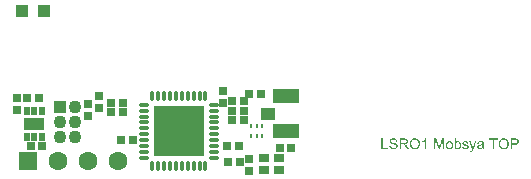
<source format=gts>
%FSLAX44Y44*%
%MOMM*%
G71*
G01*
G75*
G04 Layer_Color=8388736*
%ADD10R,0.6000X0.6000*%
%ADD11R,0.6000X0.6000*%
%ADD12R,3.4800X0.2000*%
%ADD13R,0.4600X0.4600*%
%ADD14R,0.7500X0.6500*%
%ADD15R,0.2500X0.4000*%
%ADD16R,2.2000X1.0500*%
%ADD17R,1.0500X1.0000*%
%ADD18R,0.3500X0.6000*%
%ADD19R,1.6000X1.0000*%
%ADD20R,1.0000X1.0000*%
%ADD21O,0.7500X0.2800*%
%ADD22O,0.2800X0.7500*%
%ADD23R,4.2000X4.2000*%
%ADD24C,0.1500*%
%ADD25C,0.4000*%
%ADD26C,0.6000*%
%ADD27C,0.2200*%
%ADD28C,0.2500*%
%ADD29C,0.3000*%
%ADD30C,0.2000*%
%ADD31R,4.1148X1.3716*%
%ADD32R,1.0000X1.0000*%
%ADD33C,1.0000*%
%ADD34C,1.5000*%
%ADD35R,1.5000X1.5000*%
%ADD36C,0.4000*%
%ADD37R,1.2000X1.2000*%
%ADD38R,0.5000X0.5000*%
%ADD39R,0.5000X0.5000*%
%ADD40R,0.6500X0.5500*%
%ADD41R,0.1500X0.3000*%
%ADD42R,0.2500X0.5000*%
%ADD43R,1.4000X0.8000*%
%ADD44R,0.9000X0.9000*%
%ADD45O,0.7000X0.2300*%
%ADD46O,0.2300X0.7000*%
%ADD47R,0.7000X0.7000*%
%ADD48R,0.7000X0.7000*%
%ADD49R,0.8500X0.7500*%
%ADD50R,2.3000X1.1500*%
%ADD51R,1.1500X1.1000*%
%ADD52R,0.4900X0.7400*%
%ADD53R,1.7000X1.1000*%
%ADD54R,1.1000X1.1000*%
%ADD55O,0.8500X0.3800*%
%ADD56O,0.3800X0.8500*%
%ADD57R,1.1000X1.1000*%
%ADD58C,1.1000*%
%ADD59C,1.6000*%
%ADD60R,1.6000X1.6000*%
G36*
X2833901Y2533701D02*
X2834018D01*
X2834290Y2533688D01*
X2834575Y2533649D01*
X2834886Y2533611D01*
X2835171Y2533546D01*
X2835313Y2533507D01*
X2835430Y2533468D01*
X2835443D01*
X2835456Y2533455D01*
X2835533Y2533416D01*
X2835650Y2533364D01*
X2835793Y2533274D01*
X2835948Y2533157D01*
X2836116Y2533002D01*
X2836272Y2532820D01*
X2836427Y2532613D01*
Y2532600D01*
X2836440Y2532587D01*
X2836492Y2532509D01*
X2836544Y2532380D01*
X2836622Y2532211D01*
X2836686Y2532017D01*
X2836751Y2531784D01*
X2836790Y2531538D01*
X2836803Y2531266D01*
Y2531253D01*
Y2531227D01*
Y2531175D01*
X2836790Y2531110D01*
Y2531020D01*
X2836777Y2530929D01*
X2836725Y2530709D01*
X2836648Y2530450D01*
X2836544Y2530178D01*
X2836389Y2529906D01*
X2836285Y2529776D01*
X2836181Y2529647D01*
X2836168Y2529634D01*
X2836155Y2529621D01*
X2836116Y2529582D01*
X2836064Y2529543D01*
X2836000Y2529491D01*
X2835922Y2529439D01*
X2835818Y2529375D01*
X2835715Y2529297D01*
X2835585Y2529232D01*
X2835443Y2529167D01*
X2835287Y2529090D01*
X2835119Y2529025D01*
X2834925Y2528973D01*
X2834730Y2528908D01*
X2834510Y2528869D01*
X2834277Y2528831D01*
X2834303Y2528817D01*
X2834355Y2528792D01*
X2834432Y2528740D01*
X2834536Y2528688D01*
X2834769Y2528546D01*
X2834886Y2528455D01*
X2834989Y2528377D01*
X2835015Y2528351D01*
X2835080Y2528286D01*
X2835184Y2528183D01*
X2835313Y2528053D01*
X2835456Y2527872D01*
X2835624Y2527678D01*
X2835793Y2527444D01*
X2835974Y2527185D01*
X2837515Y2524750D01*
X2836039D01*
X2834860Y2526615D01*
Y2526628D01*
X2834834Y2526654D01*
X2834808Y2526693D01*
X2834769Y2526745D01*
X2834679Y2526887D01*
X2834562Y2527069D01*
X2834419Y2527263D01*
X2834277Y2527470D01*
X2834135Y2527665D01*
X2834005Y2527846D01*
X2833992Y2527859D01*
X2833953Y2527911D01*
X2833888Y2527988D01*
X2833798Y2528079D01*
X2833603Y2528273D01*
X2833499Y2528364D01*
X2833396Y2528442D01*
X2833383Y2528455D01*
X2833357Y2528468D01*
X2833305Y2528494D01*
X2833228Y2528533D01*
X2833150Y2528571D01*
X2833059Y2528610D01*
X2832852Y2528675D01*
X2832839D01*
X2832813Y2528688D01*
X2832761D01*
X2832697Y2528701D01*
X2832606Y2528714D01*
X2832502D01*
X2832360Y2528727D01*
X2830831D01*
Y2524750D01*
X2829639D01*
Y2533714D01*
X2833798D01*
X2833901Y2533701D01*
D02*
G37*
G36*
X2815442Y2525812D02*
X2819859D01*
Y2524750D01*
X2814250D01*
Y2533714D01*
X2815442D01*
Y2525812D01*
D02*
G37*
G36*
X2877206Y2530515D02*
X2877220Y2530527D01*
X2877232Y2530553D01*
X2877271Y2530592D01*
X2877336Y2530657D01*
X2877401Y2530722D01*
X2877479Y2530800D01*
X2877582Y2530877D01*
X2877686Y2530955D01*
X2877945Y2531123D01*
X2878243Y2531253D01*
X2878411Y2531318D01*
X2878593Y2531357D01*
X2878787Y2531382D01*
X2878981Y2531395D01*
X2879085D01*
X2879201Y2531382D01*
X2879344Y2531369D01*
X2879512Y2531331D01*
X2879707Y2531292D01*
X2879914Y2531227D01*
X2880108Y2531149D01*
X2880134Y2531136D01*
X2880199Y2531110D01*
X2880302Y2531046D01*
X2880419Y2530968D01*
X2880562Y2530877D01*
X2880704Y2530761D01*
X2880859Y2530618D01*
X2880989Y2530463D01*
X2881002Y2530450D01*
X2881041Y2530385D01*
X2881106Y2530294D01*
X2881183Y2530178D01*
X2881274Y2530022D01*
X2881365Y2529841D01*
X2881455Y2529634D01*
X2881533Y2529413D01*
Y2529400D01*
X2881546Y2529388D01*
X2881559Y2529349D01*
X2881572Y2529310D01*
X2881598Y2529180D01*
X2881637Y2529012D01*
X2881676Y2528817D01*
X2881714Y2528597D01*
X2881727Y2528351D01*
X2881740Y2528092D01*
Y2528079D01*
Y2528014D01*
Y2527937D01*
X2881727Y2527820D01*
X2881714Y2527678D01*
X2881701Y2527522D01*
X2881676Y2527341D01*
X2881637Y2527146D01*
X2881533Y2526732D01*
X2881468Y2526512D01*
X2881391Y2526304D01*
X2881300Y2526084D01*
X2881183Y2525890D01*
X2881054Y2525696D01*
X2880911Y2525514D01*
X2880898Y2525501D01*
X2880872Y2525475D01*
X2880834Y2525437D01*
X2880769Y2525372D01*
X2880678Y2525307D01*
X2880587Y2525229D01*
X2880484Y2525152D01*
X2880354Y2525061D01*
X2880212Y2524983D01*
X2880069Y2524892D01*
X2879720Y2524750D01*
X2879538Y2524685D01*
X2879344Y2524646D01*
X2879137Y2524621D01*
X2878929Y2524608D01*
X2878878D01*
X2878813Y2524621D01*
X2878735D01*
X2878644Y2524633D01*
X2878528Y2524659D01*
X2878269Y2524724D01*
X2878126Y2524776D01*
X2877984Y2524841D01*
X2877828Y2524918D01*
X2877686Y2525009D01*
X2877530Y2525126D01*
X2877388Y2525255D01*
X2877258Y2525398D01*
X2877129Y2525566D01*
Y2524750D01*
X2876105D01*
Y2533714D01*
X2877206D01*
Y2530515D01*
D02*
G37*
G36*
X2852102Y2524750D02*
X2851000D01*
Y2531758D01*
X2850988Y2531745D01*
X2850923Y2531693D01*
X2850845Y2531616D01*
X2850716Y2531525D01*
X2850573Y2531408D01*
X2850392Y2531279D01*
X2850184Y2531136D01*
X2849951Y2530994D01*
X2849938D01*
X2849925Y2530981D01*
X2849848Y2530929D01*
X2849718Y2530864D01*
X2849563Y2530787D01*
X2849381Y2530696D01*
X2849187Y2530605D01*
X2848993Y2530515D01*
X2848798Y2530437D01*
Y2531499D01*
X2848811D01*
X2848837Y2531525D01*
X2848889Y2531538D01*
X2848954Y2531577D01*
X2849031Y2531616D01*
X2849122Y2531667D01*
X2849342Y2531797D01*
X2849601Y2531940D01*
X2849861Y2532121D01*
X2850133Y2532328D01*
X2850405Y2532548D01*
X2850417Y2532561D01*
X2850431Y2532574D01*
X2850469Y2532613D01*
X2850521Y2532652D01*
X2850638Y2532782D01*
X2850793Y2532937D01*
X2850949Y2533118D01*
X2851117Y2533326D01*
X2851259Y2533533D01*
X2851389Y2533753D01*
X2852102D01*
Y2524750D01*
D02*
G37*
G36*
X2898671Y2531382D02*
X2898865Y2531369D01*
X2899086Y2531344D01*
X2899306Y2531305D01*
X2899526Y2531253D01*
X2899733Y2531188D01*
X2899760Y2531175D01*
X2899824Y2531149D01*
X2899915Y2531110D01*
X2900031Y2531059D01*
X2900161Y2530981D01*
X2900291Y2530903D01*
X2900407Y2530800D01*
X2900511Y2530696D01*
X2900524Y2530683D01*
X2900550Y2530644D01*
X2900588Y2530579D01*
X2900640Y2530502D01*
X2900705Y2530385D01*
X2900757Y2530268D01*
X2900809Y2530126D01*
X2900847Y2529957D01*
Y2529944D01*
X2900860Y2529906D01*
X2900873Y2529828D01*
X2900886Y2529724D01*
Y2529582D01*
X2900899Y2529413D01*
X2900912Y2529193D01*
Y2528947D01*
Y2527470D01*
Y2527457D01*
Y2527406D01*
Y2527328D01*
Y2527224D01*
Y2527108D01*
Y2526965D01*
X2900925Y2526654D01*
Y2526330D01*
X2900938Y2526006D01*
X2900951Y2525864D01*
Y2525735D01*
X2900964Y2525618D01*
X2900977Y2525527D01*
Y2525514D01*
X2900990Y2525462D01*
X2901003Y2525385D01*
X2901042Y2525281D01*
X2901068Y2525164D01*
X2901119Y2525035D01*
X2901184Y2524892D01*
X2901249Y2524750D01*
X2900096D01*
X2900083Y2524763D01*
X2900070Y2524815D01*
X2900044Y2524879D01*
X2900005Y2524983D01*
X2899967Y2525100D01*
X2899941Y2525242D01*
X2899915Y2525398D01*
X2899889Y2525566D01*
X2899876D01*
X2899863Y2525540D01*
X2899785Y2525475D01*
X2899669Y2525385D01*
X2899513Y2525268D01*
X2899319Y2525152D01*
X2899124Y2525022D01*
X2898917Y2524905D01*
X2898697Y2524815D01*
X2898671Y2524802D01*
X2898593Y2524789D01*
X2898477Y2524750D01*
X2898334Y2524711D01*
X2898153Y2524672D01*
X2897946Y2524646D01*
X2897713Y2524621D01*
X2897479Y2524608D01*
X2897376D01*
X2897298Y2524621D01*
X2897207D01*
X2897104Y2524633D01*
X2896871Y2524672D01*
X2896612Y2524737D01*
X2896327Y2524828D01*
X2896068Y2524957D01*
X2895834Y2525126D01*
X2895808Y2525152D01*
X2895744Y2525216D01*
X2895653Y2525333D01*
X2895549Y2525488D01*
X2895446Y2525683D01*
X2895355Y2525903D01*
X2895290Y2526175D01*
X2895277Y2526304D01*
X2895264Y2526460D01*
Y2526486D01*
Y2526538D01*
X2895277Y2526628D01*
X2895290Y2526745D01*
X2895316Y2526887D01*
X2895355Y2527030D01*
X2895407Y2527185D01*
X2895471Y2527328D01*
X2895485Y2527341D01*
X2895510Y2527393D01*
X2895562Y2527470D01*
X2895627Y2527561D01*
X2895705Y2527665D01*
X2895808Y2527768D01*
X2895912Y2527872D01*
X2896042Y2527963D01*
X2896054Y2527975D01*
X2896106Y2528001D01*
X2896171Y2528053D01*
X2896275Y2528105D01*
X2896391Y2528157D01*
X2896534Y2528222D01*
X2896676Y2528273D01*
X2896845Y2528325D01*
X2896858D01*
X2896909Y2528338D01*
X2896987Y2528364D01*
X2897091Y2528377D01*
X2897220Y2528403D01*
X2897389Y2528429D01*
X2897583Y2528468D01*
X2897816Y2528494D01*
X2897829D01*
X2897881Y2528507D01*
X2897946D01*
X2898036Y2528520D01*
X2898140Y2528533D01*
X2898270Y2528559D01*
X2898412Y2528571D01*
X2898568Y2528597D01*
X2898878Y2528662D01*
X2899215Y2528727D01*
X2899513Y2528805D01*
X2899656Y2528844D01*
X2899785Y2528882D01*
Y2528895D01*
Y2528921D01*
X2899798Y2528999D01*
Y2529090D01*
Y2529141D01*
Y2529167D01*
Y2529180D01*
Y2529193D01*
Y2529271D01*
X2899785Y2529400D01*
X2899760Y2529543D01*
X2899720Y2529698D01*
X2899656Y2529854D01*
X2899578Y2529996D01*
X2899474Y2530113D01*
X2899461Y2530126D01*
X2899397Y2530178D01*
X2899293Y2530229D01*
X2899164Y2530307D01*
X2898982Y2530372D01*
X2898775Y2530437D01*
X2898516Y2530476D01*
X2898218Y2530489D01*
X2898088D01*
X2897959Y2530476D01*
X2897777Y2530450D01*
X2897596Y2530424D01*
X2897402Y2530372D01*
X2897220Y2530307D01*
X2897065Y2530217D01*
X2897052Y2530204D01*
X2897000Y2530165D01*
X2896935Y2530100D01*
X2896858Y2529996D01*
X2896780Y2529867D01*
X2896689Y2529698D01*
X2896612Y2529491D01*
X2896534Y2529258D01*
X2895459Y2529400D01*
Y2529413D01*
X2895471Y2529426D01*
Y2529465D01*
X2895485Y2529517D01*
X2895523Y2529634D01*
X2895575Y2529802D01*
X2895640Y2529971D01*
X2895718Y2530152D01*
X2895821Y2530333D01*
X2895938Y2530502D01*
X2895951Y2530515D01*
X2896003Y2530566D01*
X2896080Y2530644D01*
X2896184Y2530748D01*
X2896327Y2530851D01*
X2896495Y2530955D01*
X2896689Y2531071D01*
X2896909Y2531162D01*
X2896922D01*
X2896935Y2531175D01*
X2896974Y2531188D01*
X2897026Y2531201D01*
X2897155Y2531240D01*
X2897337Y2531279D01*
X2897544Y2531318D01*
X2897803Y2531357D01*
X2898075Y2531382D01*
X2898386Y2531395D01*
X2898529D01*
X2898671Y2531382D01*
D02*
G37*
G36*
X2912661Y2532652D02*
X2909708D01*
Y2524750D01*
X2908516D01*
Y2532652D01*
X2905563D01*
Y2533714D01*
X2912661D01*
Y2532652D01*
D02*
G37*
G36*
X2927507Y2533701D02*
X2927727Y2533688D01*
X2927960Y2533675D01*
X2928181Y2533649D01*
X2928375Y2533624D01*
X2928401D01*
X2928491Y2533598D01*
X2928608Y2533572D01*
X2928763Y2533533D01*
X2928932Y2533468D01*
X2929113Y2533390D01*
X2929307Y2533300D01*
X2929476Y2533196D01*
X2929502Y2533183D01*
X2929554Y2533144D01*
X2929631Y2533067D01*
X2929735Y2532976D01*
X2929851Y2532859D01*
X2929968Y2532704D01*
X2930098Y2532535D01*
X2930201Y2532341D01*
X2930214Y2532315D01*
X2930240Y2532250D01*
X2930292Y2532134D01*
X2930344Y2531978D01*
X2930383Y2531797D01*
X2930434Y2531590D01*
X2930460Y2531357D01*
X2930473Y2531110D01*
Y2531098D01*
Y2531059D01*
Y2531007D01*
X2930460Y2530916D01*
X2930447Y2530825D01*
X2930434Y2530709D01*
X2930409Y2530579D01*
X2930383Y2530437D01*
X2930292Y2530139D01*
X2930240Y2529983D01*
X2930162Y2529815D01*
X2930072Y2529647D01*
X2929981Y2529491D01*
X2929865Y2529336D01*
X2929735Y2529180D01*
X2929722Y2529167D01*
X2929696Y2529141D01*
X2929657Y2529102D01*
X2929592Y2529064D01*
X2929515Y2528999D01*
X2929411Y2528934D01*
X2929282Y2528856D01*
X2929139Y2528792D01*
X2928971Y2528714D01*
X2928776Y2528636D01*
X2928569Y2528571D01*
X2928323Y2528520D01*
X2928064Y2528468D01*
X2927779Y2528429D01*
X2927455Y2528403D01*
X2927118Y2528390D01*
X2924825D01*
Y2524750D01*
X2923634D01*
Y2533714D01*
X2927313D01*
X2927507Y2533701D01*
D02*
G37*
G36*
X2918025Y2533857D02*
X2918141D01*
X2918258Y2533844D01*
X2918413Y2533818D01*
X2918569Y2533792D01*
X2918905Y2533727D01*
X2919294Y2533624D01*
X2919669Y2533468D01*
X2919864Y2533377D01*
X2920058Y2533274D01*
X2920071Y2533261D01*
X2920097Y2533248D01*
X2920149Y2533209D01*
X2920227Y2533170D01*
X2920304Y2533105D01*
X2920408Y2533028D01*
X2920628Y2532846D01*
X2920862Y2532613D01*
X2921121Y2532328D01*
X2921367Y2531991D01*
X2921574Y2531616D01*
Y2531603D01*
X2921600Y2531564D01*
X2921626Y2531512D01*
X2921652Y2531434D01*
X2921703Y2531331D01*
X2921742Y2531214D01*
X2921794Y2531071D01*
X2921846Y2530916D01*
X2921885Y2530748D01*
X2921937Y2530566D01*
X2921989Y2530359D01*
X2922027Y2530152D01*
X2922079Y2529698D01*
X2922105Y2529206D01*
Y2529193D01*
Y2529141D01*
Y2529077D01*
X2922092Y2528973D01*
Y2528856D01*
X2922079Y2528714D01*
X2922053Y2528559D01*
X2922040Y2528390D01*
X2921975Y2528014D01*
X2921872Y2527600D01*
X2921729Y2527185D01*
X2921652Y2526978D01*
X2921548Y2526771D01*
Y2526758D01*
X2921522Y2526719D01*
X2921496Y2526667D01*
X2921444Y2526590D01*
X2921393Y2526499D01*
X2921328Y2526408D01*
X2921147Y2526162D01*
X2920926Y2525903D01*
X2920667Y2525631D01*
X2920356Y2525372D01*
X2919994Y2525139D01*
X2919980D01*
X2919955Y2525113D01*
X2919890Y2525087D01*
X2919812Y2525048D01*
X2919721Y2525009D01*
X2919618Y2524970D01*
X2919488Y2524918D01*
X2919346Y2524867D01*
X2919190Y2524815D01*
X2919022Y2524763D01*
X2918646Y2524685D01*
X2918245Y2524621D01*
X2917817Y2524595D01*
X2917688D01*
X2917610Y2524608D01*
X2917493D01*
X2917364Y2524633D01*
X2917221Y2524646D01*
X2917053Y2524672D01*
X2916703Y2524750D01*
X2916328Y2524854D01*
X2915939Y2525009D01*
X2915745Y2525100D01*
X2915550Y2525203D01*
X2915537Y2525216D01*
X2915511Y2525229D01*
X2915460Y2525268D01*
X2915382Y2525320D01*
X2915304Y2525372D01*
X2915214Y2525450D01*
X2914993Y2525644D01*
X2914747Y2525877D01*
X2914488Y2526162D01*
X2914255Y2526486D01*
X2914035Y2526862D01*
Y2526874D01*
X2914009Y2526913D01*
X2913983Y2526965D01*
X2913957Y2527043D01*
X2913918Y2527146D01*
X2913879Y2527263D01*
X2913828Y2527393D01*
X2913788Y2527535D01*
X2913737Y2527704D01*
X2913685Y2527872D01*
X2913607Y2528260D01*
X2913555Y2528662D01*
X2913529Y2529102D01*
Y2529115D01*
Y2529128D01*
Y2529206D01*
X2913542Y2529323D01*
Y2529478D01*
X2913568Y2529660D01*
X2913594Y2529880D01*
X2913633Y2530126D01*
X2913685Y2530385D01*
X2913737Y2530657D01*
X2913814Y2530942D01*
X2913918Y2531227D01*
X2914035Y2531525D01*
X2914164Y2531810D01*
X2914333Y2532095D01*
X2914514Y2532354D01*
X2914721Y2532600D01*
X2914734Y2532613D01*
X2914773Y2532652D01*
X2914851Y2532717D01*
X2914941Y2532794D01*
X2915058Y2532898D01*
X2915201Y2533002D01*
X2915369Y2533118D01*
X2915563Y2533235D01*
X2915771Y2533351D01*
X2916004Y2533468D01*
X2916263Y2533572D01*
X2916535Y2533675D01*
X2916833Y2533753D01*
X2917144Y2533818D01*
X2917468Y2533857D01*
X2917817Y2533870D01*
X2917934D01*
X2918025Y2533857D01*
D02*
G37*
G36*
X2842801D02*
X2842917D01*
X2843034Y2533844D01*
X2843189Y2533818D01*
X2843345Y2533792D01*
X2843682Y2533727D01*
X2844070Y2533624D01*
X2844446Y2533468D01*
X2844640Y2533377D01*
X2844834Y2533274D01*
X2844847Y2533261D01*
X2844873Y2533248D01*
X2844925Y2533209D01*
X2845003Y2533170D01*
X2845081Y2533105D01*
X2845184Y2533028D01*
X2845404Y2532846D01*
X2845638Y2532613D01*
X2845897Y2532328D01*
X2846143Y2531991D01*
X2846350Y2531616D01*
Y2531603D01*
X2846376Y2531564D01*
X2846402Y2531512D01*
X2846428Y2531434D01*
X2846479Y2531331D01*
X2846518Y2531214D01*
X2846570Y2531071D01*
X2846622Y2530916D01*
X2846661Y2530748D01*
X2846713Y2530566D01*
X2846765Y2530359D01*
X2846803Y2530152D01*
X2846855Y2529698D01*
X2846881Y2529206D01*
Y2529193D01*
Y2529141D01*
Y2529077D01*
X2846868Y2528973D01*
Y2528856D01*
X2846855Y2528714D01*
X2846829Y2528559D01*
X2846816Y2528390D01*
X2846752Y2528014D01*
X2846648Y2527600D01*
X2846505Y2527185D01*
X2846428Y2526978D01*
X2846324Y2526771D01*
Y2526758D01*
X2846298Y2526719D01*
X2846272Y2526667D01*
X2846220Y2526590D01*
X2846169Y2526499D01*
X2846104Y2526408D01*
X2845923Y2526162D01*
X2845702Y2525903D01*
X2845443Y2525631D01*
X2845132Y2525372D01*
X2844770Y2525139D01*
X2844757D01*
X2844731Y2525113D01*
X2844666Y2525087D01*
X2844588Y2525048D01*
X2844498Y2525009D01*
X2844394Y2524970D01*
X2844265Y2524918D01*
X2844122Y2524867D01*
X2843966Y2524815D01*
X2843798Y2524763D01*
X2843423Y2524685D01*
X2843021Y2524621D01*
X2842593Y2524595D01*
X2842464D01*
X2842386Y2524608D01*
X2842270D01*
X2842140Y2524633D01*
X2841997Y2524646D01*
X2841829Y2524672D01*
X2841479Y2524750D01*
X2841104Y2524854D01*
X2840715Y2525009D01*
X2840521Y2525100D01*
X2840327Y2525203D01*
X2840313Y2525216D01*
X2840287Y2525229D01*
X2840236Y2525268D01*
X2840158Y2525320D01*
X2840080Y2525372D01*
X2839990Y2525450D01*
X2839769Y2525644D01*
X2839523Y2525877D01*
X2839264Y2526162D01*
X2839031Y2526486D01*
X2838811Y2526862D01*
Y2526874D01*
X2838785Y2526913D01*
X2838759Y2526965D01*
X2838733Y2527043D01*
X2838694Y2527146D01*
X2838655Y2527263D01*
X2838604Y2527393D01*
X2838565Y2527535D01*
X2838513Y2527704D01*
X2838461Y2527872D01*
X2838383Y2528260D01*
X2838332Y2528662D01*
X2838306Y2529102D01*
Y2529115D01*
Y2529128D01*
Y2529206D01*
X2838318Y2529323D01*
Y2529478D01*
X2838344Y2529660D01*
X2838370Y2529880D01*
X2838409Y2530126D01*
X2838461Y2530385D01*
X2838513Y2530657D01*
X2838591Y2530942D01*
X2838694Y2531227D01*
X2838811Y2531525D01*
X2838940Y2531810D01*
X2839109Y2532095D01*
X2839290Y2532354D01*
X2839497Y2532600D01*
X2839510Y2532613D01*
X2839549Y2532652D01*
X2839627Y2532717D01*
X2839718Y2532794D01*
X2839834Y2532898D01*
X2839977Y2533002D01*
X2840145Y2533118D01*
X2840339Y2533235D01*
X2840547Y2533351D01*
X2840780Y2533468D01*
X2841039Y2533572D01*
X2841311Y2533675D01*
X2841609Y2533753D01*
X2841920Y2533818D01*
X2842244Y2533857D01*
X2842593Y2533870D01*
X2842710D01*
X2842801Y2533857D01*
D02*
G37*
G36*
X2824613D02*
X2824704D01*
X2824950Y2533831D01*
X2825222Y2533792D01*
X2825507Y2533727D01*
X2825818Y2533649D01*
X2826103Y2533546D01*
X2826116D01*
X2826142Y2533533D01*
X2826181Y2533507D01*
X2826232Y2533481D01*
X2826362Y2533416D01*
X2826530Y2533300D01*
X2826725Y2533170D01*
X2826919Y2533002D01*
X2827101Y2532807D01*
X2827269Y2532587D01*
Y2532574D01*
X2827282Y2532561D01*
X2827308Y2532522D01*
X2827333Y2532484D01*
X2827398Y2532354D01*
X2827476Y2532186D01*
X2827567Y2531978D01*
X2827632Y2531732D01*
X2827696Y2531473D01*
X2827722Y2531188D01*
X2826582Y2531098D01*
Y2531110D01*
Y2531136D01*
X2826569Y2531175D01*
X2826556Y2531240D01*
X2826517Y2531382D01*
X2826465Y2531577D01*
X2826388Y2531784D01*
X2826271Y2531991D01*
X2826129Y2532186D01*
X2825948Y2532367D01*
X2825922Y2532380D01*
X2825857Y2532432D01*
X2825727Y2532509D01*
X2825559Y2532587D01*
X2825339Y2532665D01*
X2825080Y2532743D01*
X2824756Y2532794D01*
X2824393Y2532807D01*
X2824212D01*
X2824134Y2532794D01*
X2824030Y2532782D01*
X2823797Y2532756D01*
X2823538Y2532704D01*
X2823279Y2532639D01*
X2823033Y2532535D01*
X2822929Y2532471D01*
X2822826Y2532406D01*
X2822800Y2532393D01*
X2822748Y2532341D01*
X2822670Y2532250D01*
X2822592Y2532147D01*
X2822502Y2532004D01*
X2822424Y2531849D01*
X2822372Y2531667D01*
X2822346Y2531460D01*
Y2531434D01*
Y2531382D01*
X2822359Y2531292D01*
X2822385Y2531188D01*
X2822424Y2531059D01*
X2822489Y2530929D01*
X2822567Y2530800D01*
X2822683Y2530670D01*
X2822696Y2530657D01*
X2822761Y2530618D01*
X2822812Y2530579D01*
X2822864Y2530553D01*
X2822942Y2530515D01*
X2823033Y2530463D01*
X2823149Y2530424D01*
X2823279Y2530372D01*
X2823421Y2530320D01*
X2823590Y2530255D01*
X2823771Y2530204D01*
X2823979Y2530139D01*
X2824212Y2530087D01*
X2824471Y2530022D01*
X2824484D01*
X2824536Y2530009D01*
X2824613Y2529996D01*
X2824704Y2529971D01*
X2824821Y2529944D01*
X2824963Y2529906D01*
X2825105Y2529867D01*
X2825261Y2529828D01*
X2825598Y2529737D01*
X2825922Y2529647D01*
X2826077Y2529595D01*
X2826219Y2529543D01*
X2826349Y2529504D01*
X2826453Y2529452D01*
X2826465D01*
X2826491Y2529439D01*
X2826530Y2529413D01*
X2826582Y2529388D01*
X2826725Y2529310D01*
X2826893Y2529206D01*
X2827087Y2529064D01*
X2827282Y2528908D01*
X2827463Y2528727D01*
X2827618Y2528533D01*
X2827632Y2528507D01*
X2827683Y2528442D01*
X2827735Y2528325D01*
X2827813Y2528170D01*
X2827878Y2527988D01*
X2827943Y2527768D01*
X2827981Y2527522D01*
X2827994Y2527263D01*
Y2527250D01*
Y2527237D01*
Y2527198D01*
Y2527146D01*
X2827968Y2527004D01*
X2827943Y2526823D01*
X2827891Y2526615D01*
X2827826Y2526395D01*
X2827722Y2526162D01*
X2827580Y2525916D01*
Y2525903D01*
X2827567Y2525890D01*
X2827502Y2525812D01*
X2827411Y2525696D01*
X2827282Y2525566D01*
X2827113Y2525411D01*
X2826906Y2525242D01*
X2826673Y2525087D01*
X2826401Y2524944D01*
X2826388D01*
X2826362Y2524931D01*
X2826323Y2524918D01*
X2826271Y2524892D01*
X2826194Y2524867D01*
X2826103Y2524828D01*
X2825896Y2524776D01*
X2825649Y2524711D01*
X2825352Y2524646D01*
X2825028Y2524608D01*
X2824678Y2524595D01*
X2824471D01*
X2824367Y2524608D01*
X2824250D01*
X2824121Y2524621D01*
X2823965Y2524633D01*
X2823642Y2524685D01*
X2823305Y2524737D01*
X2822968Y2524828D01*
X2822644Y2524944D01*
X2822631D01*
X2822605Y2524957D01*
X2822567Y2524983D01*
X2822515Y2525009D01*
X2822359Y2525087D01*
X2822178Y2525203D01*
X2821971Y2525359D01*
X2821750Y2525540D01*
X2821543Y2525760D01*
X2821349Y2526006D01*
Y2526019D01*
X2821323Y2526045D01*
X2821310Y2526084D01*
X2821271Y2526136D01*
X2821245Y2526201D01*
X2821206Y2526279D01*
X2821116Y2526473D01*
X2821025Y2526719D01*
X2820947Y2526991D01*
X2820895Y2527302D01*
X2820869Y2527626D01*
X2821984Y2527729D01*
Y2527717D01*
Y2527704D01*
X2821996Y2527665D01*
Y2527613D01*
X2822022Y2527496D01*
X2822061Y2527328D01*
X2822113Y2527159D01*
X2822165Y2526965D01*
X2822256Y2526784D01*
X2822346Y2526615D01*
X2822359Y2526602D01*
X2822398Y2526551D01*
X2822463Y2526460D01*
X2822567Y2526369D01*
X2822696Y2526253D01*
X2822838Y2526136D01*
X2823033Y2526019D01*
X2823240Y2525916D01*
X2823253D01*
X2823266Y2525903D01*
X2823305Y2525890D01*
X2823344Y2525877D01*
X2823473Y2525838D01*
X2823642Y2525786D01*
X2823849Y2525735D01*
X2824082Y2525696D01*
X2824341Y2525670D01*
X2824626Y2525657D01*
X2824743D01*
X2824872Y2525670D01*
X2825028Y2525683D01*
X2825209Y2525709D01*
X2825416Y2525735D01*
X2825623Y2525786D01*
X2825818Y2525851D01*
X2825844Y2525864D01*
X2825909Y2525890D01*
X2825999Y2525942D01*
X2826116Y2525994D01*
X2826232Y2526084D01*
X2826362Y2526175D01*
X2826491Y2526279D01*
X2826595Y2526408D01*
X2826608Y2526421D01*
X2826634Y2526473D01*
X2826673Y2526538D01*
X2826725Y2526641D01*
X2826776Y2526745D01*
X2826815Y2526874D01*
X2826841Y2527017D01*
X2826854Y2527172D01*
Y2527185D01*
Y2527250D01*
X2826841Y2527328D01*
X2826828Y2527431D01*
X2826790Y2527535D01*
X2826750Y2527665D01*
X2826686Y2527794D01*
X2826595Y2527911D01*
X2826582Y2527924D01*
X2826543Y2527963D01*
X2826491Y2528014D01*
X2826401Y2528092D01*
X2826297Y2528170D01*
X2826155Y2528260D01*
X2825986Y2528351D01*
X2825792Y2528429D01*
X2825779Y2528442D01*
X2825714Y2528455D01*
X2825611Y2528494D01*
X2825546Y2528507D01*
X2825455Y2528533D01*
X2825364Y2528571D01*
X2825248Y2528597D01*
X2825118Y2528636D01*
X2824963Y2528675D01*
X2824807Y2528714D01*
X2824626Y2528766D01*
X2824419Y2528817D01*
X2824199Y2528869D01*
X2824186D01*
X2824147Y2528882D01*
X2824082Y2528895D01*
X2824005Y2528921D01*
X2823901Y2528947D01*
X2823784Y2528973D01*
X2823525Y2529051D01*
X2823240Y2529141D01*
X2822942Y2529232D01*
X2822683Y2529323D01*
X2822567Y2529375D01*
X2822463Y2529426D01*
X2822450D01*
X2822437Y2529439D01*
X2822359Y2529491D01*
X2822243Y2529556D01*
X2822113Y2529660D01*
X2821958Y2529776D01*
X2821802Y2529919D01*
X2821647Y2530087D01*
X2821517Y2530268D01*
X2821504Y2530294D01*
X2821465Y2530359D01*
X2821414Y2530463D01*
X2821362Y2530592D01*
X2821310Y2530761D01*
X2821258Y2530955D01*
X2821219Y2531162D01*
X2821206Y2531382D01*
Y2531395D01*
Y2531408D01*
Y2531447D01*
Y2531499D01*
X2821232Y2531629D01*
X2821258Y2531797D01*
X2821297Y2531991D01*
X2821362Y2532211D01*
X2821452Y2532432D01*
X2821582Y2532652D01*
Y2532665D01*
X2821595Y2532678D01*
X2821660Y2532756D01*
X2821750Y2532859D01*
X2821867Y2532989D01*
X2822022Y2533131D01*
X2822217Y2533287D01*
X2822450Y2533429D01*
X2822709Y2533559D01*
X2822722D01*
X2822748Y2533572D01*
X2822787Y2533585D01*
X2822838Y2533611D01*
X2822903Y2533636D01*
X2822994Y2533662D01*
X2823188Y2533714D01*
X2823434Y2533766D01*
X2823719Y2533818D01*
X2824017Y2533857D01*
X2824354Y2533870D01*
X2824522D01*
X2824613Y2533857D01*
D02*
G37*
G36*
X2885497Y2531382D02*
X2885691Y2531369D01*
X2885899Y2531344D01*
X2886119Y2531292D01*
X2886352Y2531240D01*
X2886572Y2531162D01*
X2886585D01*
X2886598Y2531149D01*
X2886663Y2531123D01*
X2886766Y2531071D01*
X2886896Y2531007D01*
X2887039Y2530916D01*
X2887181Y2530813D01*
X2887310Y2530696D01*
X2887427Y2530566D01*
X2887440Y2530553D01*
X2887466Y2530502D01*
X2887518Y2530411D01*
X2887583Y2530307D01*
X2887647Y2530152D01*
X2887712Y2529983D01*
X2887764Y2529789D01*
X2887816Y2529569D01*
X2886741Y2529426D01*
Y2529452D01*
X2886728Y2529504D01*
X2886702Y2529595D01*
X2886663Y2529711D01*
X2886598Y2529828D01*
X2886520Y2529957D01*
X2886430Y2530087D01*
X2886300Y2530204D01*
X2886287Y2530217D01*
X2886235Y2530242D01*
X2886158Y2530294D01*
X2886041Y2530346D01*
X2885912Y2530398D01*
X2885743Y2530450D01*
X2885536Y2530476D01*
X2885316Y2530489D01*
X2885186D01*
X2885056Y2530476D01*
X2884888Y2530463D01*
X2884720Y2530424D01*
X2884538Y2530385D01*
X2884370Y2530320D01*
X2884228Y2530229D01*
X2884214Y2530217D01*
X2884176Y2530191D01*
X2884124Y2530139D01*
X2884072Y2530061D01*
X2884007Y2529983D01*
X2883955Y2529880D01*
X2883917Y2529763D01*
X2883904Y2529647D01*
Y2529634D01*
Y2529608D01*
X2883917Y2529569D01*
Y2529517D01*
X2883955Y2529388D01*
X2884033Y2529258D01*
X2884046Y2529245D01*
X2884059Y2529232D01*
X2884085Y2529193D01*
X2884137Y2529154D01*
X2884189Y2529115D01*
X2884266Y2529064D01*
X2884357Y2529025D01*
X2884461Y2528973D01*
X2884474D01*
X2884500Y2528960D01*
X2884551Y2528947D01*
X2884642Y2528908D01*
X2884772Y2528869D01*
X2884940Y2528831D01*
X2885044Y2528792D01*
X2885160Y2528766D01*
X2885290Y2528727D01*
X2885432Y2528688D01*
X2885445D01*
X2885484Y2528675D01*
X2885549Y2528662D01*
X2885627Y2528636D01*
X2885717Y2528610D01*
X2885834Y2528584D01*
X2886080Y2528507D01*
X2886352Y2528429D01*
X2886624Y2528338D01*
X2886870Y2528248D01*
X2886974Y2528209D01*
X2887065Y2528170D01*
X2887090Y2528157D01*
X2887142Y2528131D01*
X2887220Y2528092D01*
X2887336Y2528027D01*
X2887453Y2527950D01*
X2887570Y2527846D01*
X2887686Y2527729D01*
X2887790Y2527600D01*
X2887803Y2527587D01*
X2887829Y2527535D01*
X2887881Y2527457D01*
X2887932Y2527341D01*
X2887971Y2527198D01*
X2888023Y2527043D01*
X2888049Y2526862D01*
X2888062Y2526654D01*
Y2526628D01*
Y2526564D01*
X2888049Y2526460D01*
X2888023Y2526317D01*
X2887984Y2526162D01*
X2887919Y2525994D01*
X2887842Y2525799D01*
X2887738Y2525618D01*
X2887725Y2525592D01*
X2887673Y2525540D01*
X2887609Y2525450D01*
X2887505Y2525346D01*
X2887362Y2525229D01*
X2887207Y2525100D01*
X2887025Y2524983D01*
X2886805Y2524867D01*
X2886792D01*
X2886779Y2524854D01*
X2886702Y2524828D01*
X2886572Y2524789D01*
X2886404Y2524737D01*
X2886197Y2524685D01*
X2885963Y2524646D01*
X2885717Y2524621D01*
X2885432Y2524608D01*
X2885316D01*
X2885225Y2524621D01*
X2885121D01*
X2884992Y2524633D01*
X2884862Y2524646D01*
X2884720Y2524672D01*
X2884409Y2524737D01*
X2884085Y2524828D01*
X2883774Y2524957D01*
X2883632Y2525035D01*
X2883502Y2525126D01*
X2883489Y2525139D01*
X2883476Y2525152D01*
X2883398Y2525229D01*
X2883282Y2525346D01*
X2883152Y2525527D01*
X2883010Y2525748D01*
X2882867Y2526006D01*
X2882751Y2526330D01*
X2882660Y2526693D01*
X2883748Y2526862D01*
Y2526848D01*
Y2526836D01*
X2883774Y2526758D01*
X2883800Y2526628D01*
X2883852Y2526486D01*
X2883917Y2526330D01*
X2883994Y2526162D01*
X2884111Y2525994D01*
X2884254Y2525851D01*
X2884279Y2525838D01*
X2884331Y2525799D01*
X2884435Y2525748D01*
X2884564Y2525683D01*
X2884733Y2525618D01*
X2884927Y2525566D01*
X2885160Y2525527D01*
X2885432Y2525514D01*
X2885562D01*
X2885691Y2525527D01*
X2885860Y2525553D01*
X2886041Y2525592D01*
X2886235Y2525644D01*
X2886404Y2525709D01*
X2886559Y2525812D01*
X2886572Y2525825D01*
X2886624Y2525864D01*
X2886676Y2525929D01*
X2886754Y2526019D01*
X2886818Y2526123D01*
X2886883Y2526253D01*
X2886922Y2526382D01*
X2886935Y2526538D01*
Y2526551D01*
Y2526602D01*
X2886922Y2526667D01*
X2886896Y2526758D01*
X2886857Y2526848D01*
X2886792Y2526939D01*
X2886715Y2527043D01*
X2886598Y2527121D01*
X2886585Y2527133D01*
X2886546Y2527146D01*
X2886482Y2527185D01*
X2886378Y2527224D01*
X2886223Y2527276D01*
X2886132Y2527315D01*
X2886028Y2527341D01*
X2885912Y2527380D01*
X2885782Y2527419D01*
X2885640Y2527457D01*
X2885471Y2527496D01*
X2885458D01*
X2885419Y2527509D01*
X2885355Y2527522D01*
X2885277Y2527548D01*
X2885173Y2527574D01*
X2885056Y2527613D01*
X2884810Y2527678D01*
X2884525Y2527768D01*
X2884254Y2527846D01*
X2883994Y2527937D01*
X2883878Y2527988D01*
X2883787Y2528027D01*
X2883761Y2528040D01*
X2883709Y2528066D01*
X2883632Y2528118D01*
X2883528Y2528183D01*
X2883411Y2528273D01*
X2883295Y2528377D01*
X2883178Y2528494D01*
X2883075Y2528636D01*
X2883062Y2528649D01*
X2883036Y2528701D01*
X2882997Y2528792D01*
X2882958Y2528895D01*
X2882919Y2529025D01*
X2882880Y2529180D01*
X2882854Y2529336D01*
X2882841Y2529517D01*
Y2529543D01*
Y2529595D01*
X2882854Y2529673D01*
X2882867Y2529789D01*
X2882893Y2529906D01*
X2882919Y2530048D01*
X2882971Y2530178D01*
X2883036Y2530320D01*
X2883049Y2530333D01*
X2883075Y2530385D01*
X2883113Y2530450D01*
X2883178Y2530540D01*
X2883256Y2530631D01*
X2883347Y2530748D01*
X2883450Y2530851D01*
X2883580Y2530942D01*
X2883593Y2530955D01*
X2883632Y2530968D01*
X2883683Y2531007D01*
X2883761Y2531046D01*
X2883865Y2531098D01*
X2883981Y2531149D01*
X2884124Y2531201D01*
X2884279Y2531253D01*
X2884305Y2531266D01*
X2884357Y2531279D01*
X2884448Y2531305D01*
X2884564Y2531331D01*
X2884707Y2531357D01*
X2884862Y2531369D01*
X2885044Y2531395D01*
X2885355D01*
X2885497Y2531382D01*
D02*
G37*
G36*
X2872012D02*
X2872129Y2531369D01*
X2872258Y2531344D01*
X2872401Y2531318D01*
X2872569Y2531292D01*
X2872919Y2531175D01*
X2873100Y2531110D01*
X2873281Y2531020D01*
X2873463Y2530929D01*
X2873644Y2530800D01*
X2873813Y2530670D01*
X2873981Y2530515D01*
X2873994Y2530502D01*
X2874020Y2530476D01*
X2874059Y2530424D01*
X2874110Y2530359D01*
X2874175Y2530268D01*
X2874253Y2530152D01*
X2874331Y2530022D01*
X2874408Y2529880D01*
X2874486Y2529724D01*
X2874564Y2529530D01*
X2874641Y2529336D01*
X2874706Y2529115D01*
X2874758Y2528882D01*
X2874797Y2528636D01*
X2874823Y2528377D01*
X2874836Y2528092D01*
Y2528079D01*
Y2528040D01*
Y2527975D01*
Y2527885D01*
X2874823Y2527781D01*
X2874810Y2527652D01*
Y2527522D01*
X2874784Y2527380D01*
X2874745Y2527056D01*
X2874667Y2526732D01*
X2874577Y2526408D01*
X2874447Y2526110D01*
Y2526097D01*
X2874434Y2526084D01*
X2874408Y2526045D01*
X2874383Y2525994D01*
X2874292Y2525864D01*
X2874175Y2525709D01*
X2874020Y2525527D01*
X2873825Y2525346D01*
X2873605Y2525164D01*
X2873346Y2524996D01*
X2873333D01*
X2873320Y2524983D01*
X2873281Y2524957D01*
X2873217Y2524931D01*
X2873152Y2524905D01*
X2873074Y2524879D01*
X2872880Y2524802D01*
X2872660Y2524737D01*
X2872387Y2524672D01*
X2872103Y2524621D01*
X2871792Y2524608D01*
X2871662D01*
X2871559Y2524621D01*
X2871442Y2524633D01*
X2871312Y2524659D01*
X2871157Y2524685D01*
X2871002Y2524711D01*
X2870652Y2524815D01*
X2870457Y2524892D01*
X2870276Y2524970D01*
X2870095Y2525074D01*
X2869913Y2525190D01*
X2869745Y2525320D01*
X2869576Y2525475D01*
X2869564Y2525488D01*
X2869538Y2525514D01*
X2869499Y2525566D01*
X2869447Y2525644D01*
X2869382Y2525735D01*
X2869318Y2525838D01*
X2869240Y2525968D01*
X2869162Y2526123D01*
X2869084Y2526292D01*
X2869007Y2526486D01*
X2868942Y2526693D01*
X2868877Y2526913D01*
X2868825Y2527159D01*
X2868786Y2527419D01*
X2868760Y2527704D01*
X2868748Y2528001D01*
Y2528027D01*
Y2528079D01*
X2868760Y2528170D01*
Y2528299D01*
X2868773Y2528442D01*
X2868799Y2528623D01*
X2868825Y2528805D01*
X2868877Y2529012D01*
X2868929Y2529219D01*
X2868994Y2529439D01*
X2869071Y2529673D01*
X2869175Y2529893D01*
X2869279Y2530100D01*
X2869421Y2530307D01*
X2869564Y2530502D01*
X2869745Y2530670D01*
X2869758Y2530683D01*
X2869784Y2530696D01*
X2869836Y2530735D01*
X2869901Y2530787D01*
X2869978Y2530838D01*
X2870082Y2530903D01*
X2870186Y2530968D01*
X2870315Y2531033D01*
X2870457Y2531098D01*
X2870613Y2531162D01*
X2870963Y2531279D01*
X2871364Y2531369D01*
X2871571Y2531382D01*
X2871792Y2531395D01*
X2871921D01*
X2872012Y2531382D01*
D02*
G37*
G36*
X2892220Y2524646D02*
Y2524633D01*
X2892207Y2524595D01*
X2892181Y2524543D01*
X2892155Y2524478D01*
X2892116Y2524387D01*
X2892078Y2524284D01*
X2891987Y2524063D01*
X2891896Y2523817D01*
X2891793Y2523571D01*
X2891689Y2523351D01*
X2891637Y2523260D01*
X2891598Y2523170D01*
X2891585Y2523144D01*
X2891547Y2523079D01*
X2891482Y2522988D01*
X2891404Y2522872D01*
X2891300Y2522742D01*
X2891184Y2522613D01*
X2891067Y2522483D01*
X2890925Y2522379D01*
X2890912Y2522366D01*
X2890860Y2522341D01*
X2890782Y2522302D01*
X2890666Y2522250D01*
X2890536Y2522198D01*
X2890381Y2522159D01*
X2890212Y2522133D01*
X2890018Y2522120D01*
X2889966D01*
X2889901Y2522133D01*
X2889811D01*
X2889707Y2522159D01*
X2889590Y2522185D01*
X2889461Y2522211D01*
X2889319Y2522263D01*
X2889202Y2523286D01*
X2889215D01*
X2889267Y2523273D01*
X2889331Y2523260D01*
X2889409Y2523234D01*
X2889616Y2523195D01*
X2889824Y2523183D01*
X2889888D01*
X2889953Y2523195D01*
X2890031D01*
X2890225Y2523234D01*
X2890316Y2523273D01*
X2890406Y2523312D01*
X2890420D01*
X2890445Y2523338D01*
X2890484Y2523364D01*
X2890536Y2523403D01*
X2890653Y2523506D01*
X2890756Y2523649D01*
Y2523662D01*
X2890782Y2523688D01*
X2890808Y2523740D01*
X2890834Y2523817D01*
X2890886Y2523921D01*
X2890938Y2524076D01*
X2891015Y2524258D01*
X2891093Y2524478D01*
Y2524491D01*
X2891119Y2524543D01*
X2891145Y2524633D01*
X2891197Y2524750D01*
X2888735Y2531253D01*
X2889901D01*
X2891262Y2527483D01*
Y2527470D01*
X2891274Y2527457D01*
X2891288Y2527419D01*
X2891300Y2527354D01*
X2891326Y2527289D01*
X2891352Y2527211D01*
X2891417Y2527030D01*
X2891495Y2526810D01*
X2891572Y2526551D01*
X2891650Y2526279D01*
X2891728Y2525981D01*
Y2525994D01*
X2891741Y2526019D01*
X2891754Y2526058D01*
X2891767Y2526110D01*
X2891780Y2526175D01*
X2891806Y2526253D01*
X2891857Y2526447D01*
X2891922Y2526667D01*
X2892013Y2526926D01*
X2892090Y2527185D01*
X2892194Y2527457D01*
X2893593Y2531253D01*
X2894694D01*
X2892220Y2524646D01*
D02*
G37*
G36*
X2867374Y2524750D02*
X2866234D01*
Y2532250D01*
X2863618Y2524750D01*
X2862556D01*
X2859965Y2532380D01*
Y2524750D01*
X2858825D01*
Y2533714D01*
X2860599D01*
X2862724Y2527354D01*
Y2527341D01*
X2862737Y2527315D01*
X2862750Y2527276D01*
X2862776Y2527211D01*
X2862827Y2527056D01*
X2862892Y2526862D01*
X2862957Y2526641D01*
X2863035Y2526421D01*
X2863099Y2526214D01*
X2863151Y2526032D01*
X2863164Y2526058D01*
X2863177Y2526123D01*
X2863216Y2526240D01*
X2863268Y2526395D01*
X2863333Y2526602D01*
X2863423Y2526848D01*
X2863514Y2527133D01*
X2863631Y2527470D01*
X2865781Y2533714D01*
X2867374D01*
Y2524750D01*
D02*
G37*
%LPC*%
G36*
X2917817Y2532846D02*
X2917701D01*
X2917610Y2532833D01*
X2917493Y2532820D01*
X2917377Y2532794D01*
X2917234Y2532769D01*
X2917079Y2532743D01*
X2916742Y2532639D01*
X2916561Y2532561D01*
X2916379Y2532484D01*
X2916185Y2532380D01*
X2916004Y2532263D01*
X2915822Y2532134D01*
X2915654Y2531978D01*
X2915641Y2531965D01*
X2915615Y2531940D01*
X2915576Y2531888D01*
X2915511Y2531810D01*
X2915446Y2531719D01*
X2915369Y2531603D01*
X2915291Y2531460D01*
X2915201Y2531292D01*
X2915123Y2531110D01*
X2915032Y2530890D01*
X2914955Y2530657D01*
X2914890Y2530398D01*
X2914825Y2530113D01*
X2914786Y2529789D01*
X2914760Y2529452D01*
X2914747Y2529090D01*
Y2529077D01*
Y2529025D01*
Y2528934D01*
X2914760Y2528817D01*
X2914773Y2528688D01*
X2914799Y2528533D01*
X2914825Y2528351D01*
X2914851Y2528170D01*
X2914955Y2527755D01*
X2915032Y2527548D01*
X2915110Y2527328D01*
X2915214Y2527121D01*
X2915330Y2526913D01*
X2915460Y2526719D01*
X2915615Y2526538D01*
X2915628Y2526525D01*
X2915654Y2526499D01*
X2915706Y2526447D01*
X2915771Y2526395D01*
X2915861Y2526317D01*
X2915965Y2526240D01*
X2916082Y2526162D01*
X2916211Y2526071D01*
X2916366Y2525981D01*
X2916535Y2525903D01*
X2916716Y2525825D01*
X2916910Y2525748D01*
X2917118Y2525696D01*
X2917325Y2525644D01*
X2917558Y2525618D01*
X2917804Y2525605D01*
X2917869D01*
X2917934Y2525618D01*
X2918025D01*
X2918141Y2525631D01*
X2918271Y2525657D01*
X2918426Y2525683D01*
X2918582Y2525721D01*
X2918763Y2525773D01*
X2918931Y2525838D01*
X2919126Y2525903D01*
X2919307Y2525994D01*
X2919488Y2526110D01*
X2919669Y2526227D01*
X2919851Y2526369D01*
X2920020Y2526538D01*
X2920032Y2526551D01*
X2920058Y2526577D01*
X2920097Y2526641D01*
X2920162Y2526719D01*
X2920227Y2526810D01*
X2920291Y2526926D01*
X2920369Y2527069D01*
X2920460Y2527224D01*
X2920538Y2527406D01*
X2920615Y2527613D01*
X2920680Y2527833D01*
X2920758Y2528066D01*
X2920810Y2528325D01*
X2920848Y2528610D01*
X2920874Y2528908D01*
X2920887Y2529219D01*
Y2529232D01*
Y2529271D01*
Y2529323D01*
Y2529400D01*
X2920874Y2529491D01*
Y2529608D01*
X2920862Y2529724D01*
X2920836Y2529867D01*
X2920797Y2530165D01*
X2920732Y2530476D01*
X2920641Y2530813D01*
X2920512Y2531123D01*
Y2531136D01*
X2920499Y2531162D01*
X2920473Y2531201D01*
X2920447Y2531253D01*
X2920356Y2531408D01*
X2920240Y2531590D01*
X2920084Y2531797D01*
X2919890Y2532004D01*
X2919669Y2532211D01*
X2919424Y2532393D01*
X2919411D01*
X2919398Y2532419D01*
X2919359Y2532432D01*
X2919294Y2532471D01*
X2919229Y2532496D01*
X2919152Y2532535D01*
X2918957Y2532626D01*
X2918724Y2532704D01*
X2918452Y2532782D01*
X2918141Y2532833D01*
X2917817Y2532846D01*
D02*
G37*
G36*
X2927390Y2532652D02*
X2924825D01*
Y2529452D01*
X2927235D01*
X2927325Y2529465D01*
X2927416D01*
X2927520Y2529478D01*
X2927766Y2529504D01*
X2928038Y2529556D01*
X2928310Y2529634D01*
X2928556Y2529737D01*
X2928673Y2529802D01*
X2928763Y2529880D01*
X2928789Y2529906D01*
X2928841Y2529957D01*
X2928919Y2530061D01*
X2929009Y2530191D01*
X2929100Y2530359D01*
X2929178Y2530566D01*
X2929230Y2530800D01*
X2929256Y2531071D01*
Y2531084D01*
Y2531098D01*
Y2531162D01*
X2929243Y2531279D01*
X2929217Y2531408D01*
X2929191Y2531551D01*
X2929139Y2531719D01*
X2929061Y2531875D01*
X2928971Y2532030D01*
X2928958Y2532043D01*
X2928919Y2532095D01*
X2928854Y2532160D01*
X2928776Y2532250D01*
X2928660Y2532341D01*
X2928530Y2532419D01*
X2928388Y2532496D01*
X2928219Y2532561D01*
X2928206D01*
X2928155Y2532574D01*
X2928077Y2532587D01*
X2927973Y2532613D01*
X2927818Y2532626D01*
X2927623Y2532639D01*
X2927390Y2532652D01*
D02*
G37*
G36*
X2833655Y2532717D02*
X2830831D01*
Y2529750D01*
X2833499D01*
X2833655Y2529763D01*
X2833836Y2529776D01*
X2834044Y2529789D01*
X2834251Y2529815D01*
X2834458Y2529854D01*
X2834640Y2529906D01*
X2834666Y2529919D01*
X2834717Y2529944D01*
X2834795Y2529983D01*
X2834899Y2530035D01*
X2835015Y2530113D01*
X2835132Y2530204D01*
X2835248Y2530320D01*
X2835339Y2530450D01*
X2835352Y2530463D01*
X2835378Y2530515D01*
X2835417Y2530592D01*
X2835469Y2530696D01*
X2835508Y2530813D01*
X2835546Y2530942D01*
X2835572Y2531098D01*
X2835585Y2531253D01*
Y2531266D01*
Y2531279D01*
X2835572Y2531357D01*
X2835559Y2531473D01*
X2835533Y2531629D01*
X2835469Y2531784D01*
X2835391Y2531965D01*
X2835274Y2532134D01*
X2835119Y2532302D01*
X2835093Y2532315D01*
X2835028Y2532367D01*
X2834925Y2532432D01*
X2834756Y2532509D01*
X2834562Y2532587D01*
X2834303Y2532652D01*
X2834005Y2532704D01*
X2833655Y2532717D01*
D02*
G37*
G36*
X2842593Y2532846D02*
X2842477D01*
X2842386Y2532833D01*
X2842270Y2532820D01*
X2842153Y2532794D01*
X2842010Y2532769D01*
X2841855Y2532743D01*
X2841518Y2532639D01*
X2841337Y2532561D01*
X2841155Y2532484D01*
X2840961Y2532380D01*
X2840780Y2532263D01*
X2840598Y2532134D01*
X2840430Y2531978D01*
X2840417Y2531965D01*
X2840391Y2531940D01*
X2840352Y2531888D01*
X2840287Y2531810D01*
X2840223Y2531719D01*
X2840145Y2531603D01*
X2840067Y2531460D01*
X2839977Y2531292D01*
X2839899Y2531110D01*
X2839808Y2530890D01*
X2839731Y2530657D01*
X2839666Y2530398D01*
X2839601Y2530113D01*
X2839562Y2529789D01*
X2839536Y2529452D01*
X2839523Y2529090D01*
Y2529077D01*
Y2529025D01*
Y2528934D01*
X2839536Y2528817D01*
X2839549Y2528688D01*
X2839575Y2528533D01*
X2839601Y2528351D01*
X2839627Y2528170D01*
X2839731Y2527755D01*
X2839808Y2527548D01*
X2839886Y2527328D01*
X2839990Y2527121D01*
X2840106Y2526913D01*
X2840236Y2526719D01*
X2840391Y2526538D01*
X2840404Y2526525D01*
X2840430Y2526499D01*
X2840482Y2526447D01*
X2840547Y2526395D01*
X2840637Y2526317D01*
X2840741Y2526240D01*
X2840858Y2526162D01*
X2840987Y2526071D01*
X2841143Y2525981D01*
X2841311Y2525903D01*
X2841492Y2525825D01*
X2841687Y2525748D01*
X2841894Y2525696D01*
X2842101Y2525644D01*
X2842334Y2525618D01*
X2842580Y2525605D01*
X2842645D01*
X2842710Y2525618D01*
X2842801D01*
X2842917Y2525631D01*
X2843047Y2525657D01*
X2843202Y2525683D01*
X2843358Y2525721D01*
X2843539Y2525773D01*
X2843707Y2525838D01*
X2843902Y2525903D01*
X2844083Y2525994D01*
X2844265Y2526110D01*
X2844446Y2526227D01*
X2844627Y2526369D01*
X2844796Y2526538D01*
X2844808Y2526551D01*
X2844834Y2526577D01*
X2844873Y2526641D01*
X2844938Y2526719D01*
X2845003Y2526810D01*
X2845068Y2526926D01*
X2845145Y2527069D01*
X2845236Y2527224D01*
X2845314Y2527406D01*
X2845392Y2527613D01*
X2845456Y2527833D01*
X2845534Y2528066D01*
X2845586Y2528325D01*
X2845625Y2528610D01*
X2845651Y2528908D01*
X2845663Y2529219D01*
Y2529232D01*
Y2529271D01*
Y2529323D01*
Y2529400D01*
X2845651Y2529491D01*
Y2529608D01*
X2845638Y2529724D01*
X2845612Y2529867D01*
X2845573Y2530165D01*
X2845508Y2530476D01*
X2845417Y2530813D01*
X2845288Y2531123D01*
Y2531136D01*
X2845275Y2531162D01*
X2845249Y2531201D01*
X2845223Y2531253D01*
X2845132Y2531408D01*
X2845016Y2531590D01*
X2844860Y2531797D01*
X2844666Y2532004D01*
X2844446Y2532211D01*
X2844200Y2532393D01*
X2844187D01*
X2844174Y2532419D01*
X2844135Y2532432D01*
X2844070Y2532471D01*
X2844005Y2532496D01*
X2843928Y2532535D01*
X2843733Y2532626D01*
X2843500Y2532704D01*
X2843228Y2532782D01*
X2842917Y2532833D01*
X2842593Y2532846D01*
D02*
G37*
G36*
X2899798Y2528014D02*
X2899785D01*
X2899772Y2528001D01*
X2899733Y2527988D01*
X2899682Y2527975D01*
X2899617Y2527950D01*
X2899539Y2527924D01*
X2899449Y2527898D01*
X2899345Y2527872D01*
X2899228Y2527833D01*
X2899086Y2527807D01*
X2898943Y2527768D01*
X2898775Y2527729D01*
X2898593Y2527691D01*
X2898412Y2527652D01*
X2898205Y2527626D01*
X2897985Y2527587D01*
X2897959D01*
X2897881Y2527574D01*
X2897751Y2527548D01*
X2897609Y2527522D01*
X2897454Y2527496D01*
X2897298Y2527457D01*
X2897155Y2527419D01*
X2897026Y2527367D01*
X2897013D01*
X2896974Y2527341D01*
X2896922Y2527315D01*
X2896871Y2527276D01*
X2896715Y2527172D01*
X2896586Y2527017D01*
Y2527004D01*
X2896560Y2526978D01*
X2896547Y2526926D01*
X2896521Y2526862D01*
X2896495Y2526784D01*
X2896469Y2526706D01*
X2896456Y2526602D01*
X2896443Y2526499D01*
Y2526486D01*
Y2526421D01*
X2896456Y2526343D01*
X2896482Y2526240D01*
X2896521Y2526123D01*
X2896586Y2526006D01*
X2896663Y2525877D01*
X2896767Y2525760D01*
X2896780Y2525748D01*
X2896832Y2525721D01*
X2896909Y2525670D01*
X2897013Y2525618D01*
X2897155Y2525566D01*
X2897324Y2525514D01*
X2897518Y2525488D01*
X2897751Y2525475D01*
X2897855D01*
X2897985Y2525488D01*
X2898127Y2525514D01*
X2898308Y2525540D01*
X2898490Y2525592D01*
X2898684Y2525657D01*
X2898878Y2525748D01*
X2898904Y2525760D01*
X2898956Y2525799D01*
X2899047Y2525864D01*
X2899150Y2525955D01*
X2899267Y2526058D01*
X2899397Y2526188D01*
X2899500Y2526343D01*
X2899604Y2526512D01*
X2899617Y2526525D01*
X2899630Y2526577D01*
X2899656Y2526667D01*
X2899695Y2526784D01*
X2899733Y2526939D01*
X2899760Y2527121D01*
X2899772Y2527341D01*
X2899785Y2527600D01*
X2899798Y2528014D01*
D02*
G37*
G36*
X2871792Y2530489D02*
X2871714D01*
X2871649Y2530476D01*
X2871507Y2530463D01*
X2871312Y2530411D01*
X2871092Y2530333D01*
X2870859Y2530229D01*
X2870639Y2530074D01*
X2870522Y2529971D01*
X2870418Y2529867D01*
Y2529854D01*
X2870392Y2529841D01*
X2870367Y2529802D01*
X2870328Y2529750D01*
X2870289Y2529686D01*
X2870250Y2529608D01*
X2870198Y2529504D01*
X2870146Y2529400D01*
X2870095Y2529271D01*
X2870043Y2529141D01*
X2870004Y2528986D01*
X2869965Y2528817D01*
X2869926Y2528636D01*
X2869901Y2528442D01*
X2869887Y2528222D01*
X2869875Y2528001D01*
Y2527988D01*
Y2527950D01*
Y2527885D01*
X2869887Y2527794D01*
Y2527691D01*
X2869901Y2527574D01*
X2869939Y2527302D01*
X2870004Y2526991D01*
X2870108Y2526680D01*
X2870237Y2526382D01*
X2870328Y2526253D01*
X2870418Y2526123D01*
X2870432D01*
X2870444Y2526097D01*
X2870522Y2526032D01*
X2870639Y2525929D01*
X2870794Y2525825D01*
X2870988Y2525709D01*
X2871222Y2525605D01*
X2871494Y2525540D01*
X2871636Y2525527D01*
X2871792Y2525514D01*
X2871870D01*
X2871934Y2525527D01*
X2872077Y2525553D01*
X2872271Y2525592D01*
X2872478Y2525670D01*
X2872711Y2525773D01*
X2872932Y2525929D01*
X2873048Y2526032D01*
X2873152Y2526136D01*
X2873165Y2526149D01*
X2873178Y2526162D01*
X2873204Y2526201D01*
X2873242Y2526253D01*
X2873281Y2526317D01*
X2873333Y2526395D01*
X2873385Y2526499D01*
X2873437Y2526602D01*
X2873488Y2526732D01*
X2873528Y2526874D01*
X2873579Y2527030D01*
X2873618Y2527198D01*
X2873657Y2527393D01*
X2873683Y2527587D01*
X2873709Y2527807D01*
Y2528040D01*
Y2528053D01*
Y2528092D01*
Y2528157D01*
X2873696Y2528235D01*
Y2528338D01*
X2873683Y2528455D01*
X2873644Y2528727D01*
X2873579Y2529012D01*
X2873476Y2529323D01*
X2873333Y2529608D01*
X2873256Y2529750D01*
X2873152Y2529867D01*
Y2529880D01*
X2873126Y2529893D01*
X2873048Y2529971D01*
X2872932Y2530061D01*
X2872776Y2530178D01*
X2872582Y2530294D01*
X2872349Y2530398D01*
X2872090Y2530463D01*
X2871947Y2530476D01*
X2871792Y2530489D01*
D02*
G37*
G36*
X2879007D02*
X2878813D01*
X2878761Y2530476D01*
X2878618Y2530450D01*
X2878450Y2530411D01*
X2878256Y2530333D01*
X2878048Y2530217D01*
X2877945Y2530152D01*
X2877841Y2530061D01*
X2877738Y2529971D01*
X2877634Y2529854D01*
Y2529841D01*
X2877608Y2529828D01*
X2877582Y2529789D01*
X2877556Y2529737D01*
X2877517Y2529673D01*
X2877466Y2529595D01*
X2877427Y2529504D01*
X2877375Y2529400D01*
X2877323Y2529271D01*
X2877284Y2529141D01*
X2877232Y2528986D01*
X2877194Y2528831D01*
X2877168Y2528649D01*
X2877142Y2528455D01*
X2877116Y2528260D01*
Y2528040D01*
Y2528027D01*
Y2527988D01*
Y2527924D01*
Y2527846D01*
X2877129Y2527755D01*
Y2527639D01*
X2877155Y2527393D01*
X2877194Y2527121D01*
X2877245Y2526836D01*
X2877323Y2526577D01*
X2877375Y2526460D01*
X2877427Y2526356D01*
Y2526343D01*
X2877453Y2526317D01*
X2877479Y2526279D01*
X2877517Y2526227D01*
X2877634Y2526084D01*
X2877802Y2525942D01*
X2877997Y2525786D01*
X2878243Y2525644D01*
X2878372Y2525592D01*
X2878528Y2525553D01*
X2878670Y2525527D01*
X2878839Y2525514D01*
X2878904D01*
X2878955Y2525527D01*
X2879098Y2525553D01*
X2879266Y2525592D01*
X2879460Y2525670D01*
X2879668Y2525773D01*
X2879875Y2525929D01*
X2879979Y2526032D01*
X2880082Y2526136D01*
Y2526149D01*
X2880108Y2526162D01*
X2880134Y2526201D01*
X2880160Y2526253D01*
X2880212Y2526317D01*
X2880251Y2526395D01*
X2880302Y2526499D01*
X2880354Y2526602D01*
X2880393Y2526732D01*
X2880445Y2526862D01*
X2880497Y2527017D01*
X2880536Y2527185D01*
X2880562Y2527367D01*
X2880587Y2527561D01*
X2880613Y2527781D01*
Y2528001D01*
Y2528014D01*
Y2528053D01*
Y2528118D01*
X2880600Y2528209D01*
Y2528312D01*
X2880587Y2528442D01*
X2880549Y2528714D01*
X2880497Y2529012D01*
X2880406Y2529336D01*
X2880276Y2529621D01*
X2880199Y2529763D01*
X2880108Y2529880D01*
Y2529893D01*
X2880082Y2529906D01*
X2880017Y2529971D01*
X2879914Y2530074D01*
X2879771Y2530191D01*
X2879590Y2530294D01*
X2879383Y2530398D01*
X2879137Y2530463D01*
X2879007Y2530489D01*
D02*
G37*
%LPD*%
D15*
X2713500Y2536000D02*
D03*
Y2544000D02*
D03*
X2708500Y2536000D02*
D03*
Y2544000D02*
D03*
X2703500Y2536000D02*
D03*
Y2544000D02*
D03*
D23*
X2642750Y2539750D02*
D03*
D47*
X2684250Y2513500D02*
D03*
X2694250D02*
D03*
X2595500Y2563500D02*
D03*
X2585500D02*
D03*
X2595250Y2555750D02*
D03*
X2585250D02*
D03*
X2603806Y2532766D02*
D03*
X2593806D02*
D03*
X2683500Y2527000D02*
D03*
X2693500Y2527000D02*
D03*
X2687500Y2565250D02*
D03*
X2697500D02*
D03*
X2687500Y2557250D02*
D03*
X2697500D02*
D03*
X2687500Y2549250D02*
D03*
X2697500D02*
D03*
X2712500Y2571250D02*
D03*
X2702500D02*
D03*
X2728000Y2525750D02*
D03*
X2738000D02*
D03*
X2514500Y2568000D02*
D03*
X2524500D02*
D03*
X2517250Y2527500D02*
D03*
X2527250D02*
D03*
D48*
X2565532Y2552912D02*
D03*
Y2562912D02*
D03*
X2702250Y2516500D02*
D03*
Y2506500D02*
D03*
X2679750Y2573750D02*
D03*
Y2563750D02*
D03*
X2505500Y2567750D02*
D03*
Y2557750D02*
D03*
X2575250Y2569750D02*
D03*
Y2559750D02*
D03*
D49*
X2714750Y2507000D02*
D03*
X2727750D02*
D03*
X2714750Y2517000D02*
D03*
X2727750D02*
D03*
D50*
X2733750Y2569500D02*
D03*
X2733750Y2540000D02*
D03*
D51*
X2718500Y2554750D02*
D03*
D52*
X2513750Y2534750D02*
D03*
X2520250D02*
D03*
X2513750Y2556750D02*
D03*
X2520250D02*
D03*
X2526750Y2534750D02*
D03*
Y2556750D02*
D03*
D53*
X2520250Y2545750D02*
D03*
D54*
X2509500Y2642000D02*
D03*
X2528500D02*
D03*
D55*
X2613000Y2562250D02*
D03*
Y2557250D02*
D03*
Y2552250D02*
D03*
Y2547250D02*
D03*
Y2542250D02*
D03*
Y2537250D02*
D03*
Y2532250D02*
D03*
Y2527250D02*
D03*
Y2522250D02*
D03*
Y2517250D02*
D03*
X2672500D02*
D03*
Y2522250D02*
D03*
Y2527250D02*
D03*
Y2532250D02*
D03*
Y2537250D02*
D03*
Y2542250D02*
D03*
Y2547250D02*
D03*
Y2552250D02*
D03*
Y2557250D02*
D03*
Y2562250D02*
D03*
D56*
X2620250Y2510000D02*
D03*
X2625250D02*
D03*
X2630250D02*
D03*
X2635250D02*
D03*
X2640250D02*
D03*
X2645250D02*
D03*
X2650250D02*
D03*
X2655250D02*
D03*
X2660250D02*
D03*
X2665250D02*
D03*
Y2569500D02*
D03*
X2660250D02*
D03*
X2655250D02*
D03*
X2650250D02*
D03*
X2645250D02*
D03*
X2640250D02*
D03*
X2635250D02*
D03*
X2630250D02*
D03*
X2625250D02*
D03*
X2620250D02*
D03*
D57*
X2542250Y2560250D02*
D03*
D58*
X2554950D02*
D03*
X2542250Y2547550D02*
D03*
X2554950D02*
D03*
X2542250Y2534850D02*
D03*
X2554950D02*
D03*
D59*
X2590800Y2514750D02*
D03*
X2565400D02*
D03*
X2540000D02*
D03*
D60*
X2514600D02*
D03*
M02*

</source>
